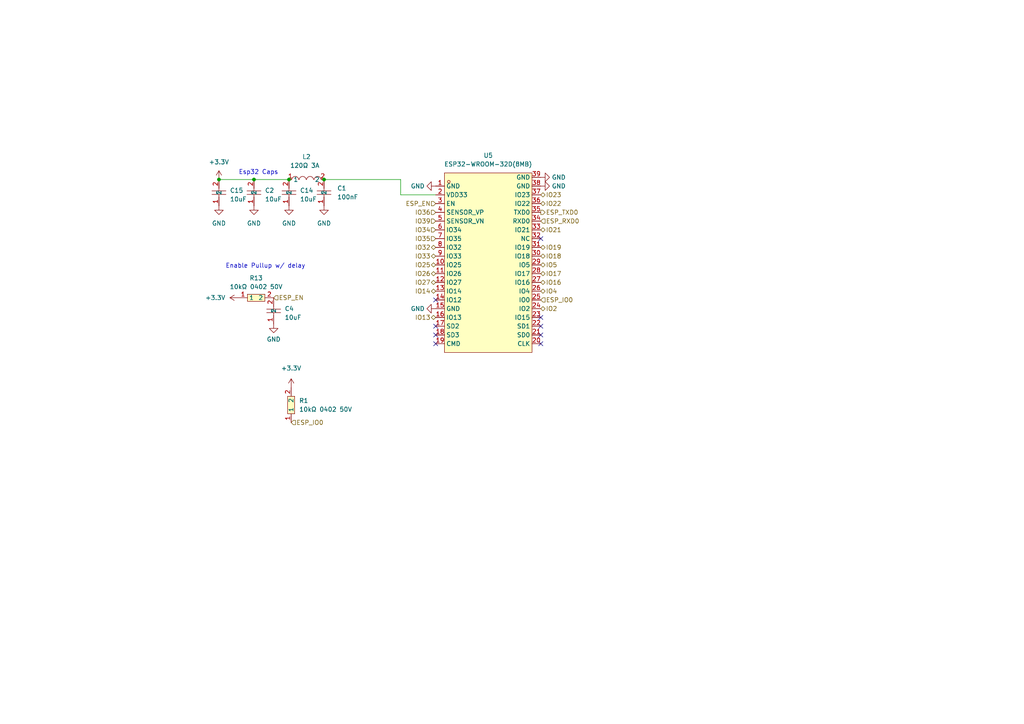
<source format=kicad_sch>
(kicad_sch (version 20230121) (generator eeschema)
  (paper "A4")
  (lib_symbols
    (symbol "easyeda2kicad: 6.3V 10uF X5R ±20% 0402"
      (property "Reference" "C" (at 0 5.08 0))
      (property "Value" " 6.3V 10uF X5R ±20% 0402" (at 0 -5.08 0))
      (symbol " 6.3V 10uF X5R ±20% 0402_0_1"
        (polyline (pts (xy -1.27 0) (xy -0.51 0)))
        (polyline (pts (xy -0.51 2.03) (xy -0.51 -2.03)))
        (polyline (pts (xy 0.51 0) (xy 1.27 0)))
        (polyline (pts (xy 0.51 2.03) (xy 0.51 -2.03)))
        (pin input line (at -3.81 0 0) (length 2.54) (name "1") (number "1"))
        (pin input line (at 3.81 0 180) (length 2.54) (name "2") (number "2"))
      )
    )
    (symbol "easyeda2kicad:10kΩ 0402 50V"
      (property "Reference" "R" (at 0 5.08 0))
      (property "Value" "10kΩ 0402 50V" (at 0 -5.08 0))
      (symbol "10kΩ 0402 50V_0_1"
        (rectangle (start -2.54 1.02) (end 2.54 -1.02) (fill (type background)))
        (pin input line (at -5.08 0 0) (length 2.54) (name "1") (number "1"))
        (pin input line (at 5.08 0 180) (length 2.54) (name "2") (number "2"))
      )
    )
    (symbol "easyeda2kicad:120Ω 3A "
      (property "Reference" "L" (at 0 5.08 0))
      (property "Value" "120Ω 3A " (at 0 -5.08 0))
      (symbol "120Ω 3A _0_1"
        (arc (start -2.27 -0.02) (mid -3.28 0.897) (end -4.29 -0.02))
        (arc (start -0.11 -0.02) (mid -1.12 0.897) (end -2.13 -0.02))
        (arc (start 2.04 -0.02) (mid 1.03 0.897) (end 0.02 -0.02))
        (arc (start 4.23 -0.02) (mid 3.22 0.9048) (end 2.21 -0.02))
        (pin unspecified line (at -5.08 0 0) (length 0.762) (name "1") (number "1"))
        (pin unspecified line (at 5.08 0 180) (length 0.762) (name "2") (number "2"))
      )
    )
    (symbol "easyeda2kicad:16V 100nF X7R ±10% 0402"
      (property "Reference" "C" (at 0 5.08 0))
      (property "Value" "16V 100nF X7R ±10% 0402" (at 0 -5.08 0))
      (symbol "16V 100nF X7R ±10% 0402_0_1"
        (polyline (pts (xy -1.27 0) (xy -0.51 0)))
        (polyline (pts (xy -0.51 2.03) (xy -0.51 -2.03)))
        (polyline (pts (xy 0.51 0) (xy 1.27 0)))
        (polyline (pts (xy 0.51 2.03) (xy 0.51 -2.03)))
        (pin input line (at -3.81 0 0) (length 2.54) (name "1") (number "1"))
        (pin input line (at 3.81 0 180) (length 2.54) (name "2") (number "2"))
      )
    )
    (symbol "easyeda2kicad:ESP32-WROOM-32D(8MB)"
      (property "Reference" "U" (at 0 30.48 0))
      (property "Value" "ESP32-WROOM-32D(8MB)" (at 0 -27.94 0))
      (symbol "ESP32-WROOM-32D(8MB)_0_1"
        (rectangle (start -12.7 26.67) (end 12.7 -25.4) (fill (type background)))
        (circle (center -11.43 24.13) (radius 0.38))
        (pin unspecified line (at -15.24 22.86 0) (length 2.54) (name "GND") (number "1"))
        (pin unspecified line (at -15.24 0 0) (length 2.54) (name "IO25") (number "10"))
        (pin unspecified line (at -15.24 -2.54 0) (length 2.54) (name "IO26") (number "11"))
        (pin unspecified line (at -15.24 -5.08 0) (length 2.54) (name "IO27") (number "12"))
        (pin unspecified line (at -15.24 -7.62 0) (length 2.54) (name "IO14") (number "13"))
        (pin unspecified line (at -15.24 -10.16 0) (length 2.54) (name "IO12") (number "14"))
        (pin unspecified line (at -15.24 -12.7 0) (length 2.54) (name "GND") (number "15"))
        (pin unspecified line (at -15.24 -15.24 0) (length 2.54) (name "IO13") (number "16"))
        (pin unspecified line (at -15.24 -17.78 0) (length 2.54) (name "SD2") (number "17"))
        (pin unspecified line (at -15.24 -20.32 0) (length 2.54) (name "SD3") (number "18"))
        (pin unspecified line (at -15.24 -22.86 0) (length 2.54) (name "CMD") (number "19"))
        (pin unspecified line (at -15.24 20.32 0) (length 2.54) (name "VDD33") (number "2"))
        (pin unspecified line (at 15.24 -22.86 180) (length 2.54) (name "CLK") (number "20"))
        (pin unspecified line (at 15.24 -20.32 180) (length 2.54) (name "SD0") (number "21"))
        (pin unspecified line (at 15.24 -17.78 180) (length 2.54) (name "SD1") (number "22"))
        (pin unspecified line (at 15.24 -15.24 180) (length 2.54) (name "IO15") (number "23"))
        (pin unspecified line (at 15.24 -12.7 180) (length 2.54) (name "IO2") (number "24"))
        (pin unspecified line (at 15.24 -10.16 180) (length 2.54) (name "IO0") (number "25"))
        (pin unspecified line (at 15.24 -7.62 180) (length 2.54) (name "IO4") (number "26"))
        (pin unspecified line (at 15.24 -5.08 180) (length 2.54) (name "IO16") (number "27"))
        (pin unspecified line (at 15.24 -2.54 180) (length 2.54) (name "IO17") (number "28"))
        (pin unspecified line (at 15.24 0 180) (length 2.54) (name "IO5") (number "29"))
        (pin unspecified line (at -15.24 17.78 0) (length 2.54) (name "EN") (number "3"))
        (pin unspecified line (at 15.24 2.54 180) (length 2.54) (name "IO18") (number "30"))
        (pin unspecified line (at 15.24 5.08 180) (length 2.54) (name "IO19") (number "31"))
        (pin unspecified line (at 15.24 7.62 180) (length 2.54) (name "NC") (number "32"))
        (pin unspecified line (at 15.24 10.16 180) (length 2.54) (name "IO21") (number "33"))
        (pin unspecified line (at 15.24 12.7 180) (length 2.54) (name "RXD0") (number "34"))
        (pin unspecified line (at 15.24 15.24 180) (length 2.54) (name "TXD0") (number "35"))
        (pin unspecified line (at 15.24 17.78 180) (length 2.54) (name "IO22") (number "36"))
        (pin unspecified line (at 15.24 20.32 180) (length 2.54) (name "IO23") (number "37"))
        (pin unspecified line (at 15.24 22.86 180) (length 2.54) (name "GND") (number "38"))
        (pin unspecified line (at 15.24 25.4 180) (length 2.54) (name "GND") (number "39"))
        (pin unspecified line (at -15.24 15.24 0) (length 2.54) (name "SENSOR_VP") (number "4"))
        (pin unspecified line (at -15.24 12.7 0) (length 2.54) (name "SENSOR_VN") (number "5"))
        (pin unspecified line (at -15.24 10.16 0) (length 2.54) (name "IO34") (number "6"))
        (pin unspecified line (at -15.24 7.62 0) (length 2.54) (name "IO35") (number "7"))
        (pin unspecified line (at -15.24 5.08 0) (length 2.54) (name "IO32") (number "8"))
        (pin unspecified line (at -15.24 2.54 0) (length 2.54) (name "IO33") (number "9"))
      )
    )
    (symbol "power:+3.3V" (power) (pin_names (offset 0))
      (property "Value" "+3.3V" (at 0 3.556 0))
      (symbol "+3.3V_0_1"
        (polyline (pts (xy -0.762 1.27) (xy 0 2.54)))
        (polyline (pts (xy 0 0) (xy 0 2.54)))
        (polyline (pts (xy 0 2.54) (xy 0.762 1.27)))
      )
      (symbol "+3.3V_1_1"
        (pin power_in line (at 0 0 90) (length 0) hide (name "+3.3V") (number "1"))
      )
    )
    (symbol "power:GND" (power) (pin_names (offset 0))
      (property "Value" "GND" (at 0 -3.81 0))
      (symbol "GND_0_1"
        (polyline (pts (xy 0 0) (xy 0 -1.27) (xy 1.27 -1.27) (xy 0 -2.54) (xy -1.27 -1.27) (xy 0 -1.27)))
      )
      (symbol "GND_1_1"
        (pin power_in line (at 0 0 270) (length 0) hide (name "GND") (number "1"))
      )
    )
  )
  (junction (at 93.98 52.07))
  (junction (at 63.5 52.07))
  (junction (at 73.66 52.07))
  (junction (at 83.82 52.07))
  (no_connect (at 156.845 92.075))
  (no_connect (at 156.845 69.215))
  (no_connect (at 156.845 97.155))
  (no_connect (at 156.845 99.695))
  (no_connect (at 126.365 86.995))
  (no_connect (at 126.365 99.695))
  (no_connect (at 126.365 97.155))
  (no_connect (at 156.845 94.615))
  (no_connect (at 126.365 94.615))
  (wire (pts (xy 73.66 52.07) (xy 63.5 52.07)))
  (wire (pts (xy 116.205 52.07) (xy 116.205 56.515)))
  (wire (pts (xy 93.98 52.07) (xy 116.205 52.07)))
  (wire (pts (xy 116.205 56.515) (xy 126.365 56.515)))
  (wire (pts (xy 73.66 52.07) (xy 83.82 52.07)))
  (text "Enable Pullup w/ delay\n" (at 65.405 77.978 0) (effects (font (size 1.27 1.27)) (justify left bottom)))
  (text "Esp32 Caps" (at 69.215 50.8 0) (effects (font (size 1.27 1.27)) (justify left bottom)))
  (hierarchical_label "IO23" (shape tri_state) (at 156.845 56.515 0))
  (hierarchical_label "IO39" (shape input) (at 126.365 64.135 180))
  (hierarchical_label "IO25" (shape tri_state) (at 126.365 76.835 180))
  (hierarchical_label "IO2" (shape tri_state) (at 156.845 89.535 0))
  (hierarchical_label "IO16" (shape tri_state) (at 156.845 81.915 0))
  (hierarchical_label "IO27" (shape tri_state) (at 126.365 81.915 180))
  (hierarchical_label "ESP_EN" (shape input) (at 126.365 59.055 180))
  (hierarchical_label "IO5" (shape tri_state) (at 156.845 76.835 0))
  (hierarchical_label "IO18" (shape tri_state) (at 156.845 74.295 0))
  (hierarchical_label "IO35" (shape input) (at 126.365 69.215 180))
  (hierarchical_label "IO22" (shape tri_state) (at 156.845 59.055 0))
  (hierarchical_label "IO13" (shape tri_state) (at 126.365 92.075 180))
  (hierarchical_label "IO17" (shape tri_state) (at 156.845 79.375 0))
  (hierarchical_label "ESP_EN" (shape input) (at 79.375 86.36 0))
  (hierarchical_label "IO32" (shape tri_state) (at 126.365 71.755 180))
  (hierarchical_label "IO33" (shape tri_state) (at 126.365 74.295 180))
  (hierarchical_label "ESP_IO0" (shape input) (at 156.845 86.995 0))
  (hierarchical_label "IO19" (shape tri_state) (at 156.845 71.755 0))
  (hierarchical_label "ESP_TXD0" (shape output) (at 156.845 61.595 0))
  (hierarchical_label "ESP_IO0" (shape input) (at 84.455 122.555 0))
  (hierarchical_label "IO26" (shape tri_state) (at 126.365 79.375 180))
  (hierarchical_label "IO21" (shape tri_state) (at 156.845 66.675 0))
  (hierarchical_label "IO36" (shape input) (at 126.365 61.595 180))
  (hierarchical_label "ESP_RXD0" (shape input) (at 156.845 64.135 0))
  (hierarchical_label "IO14" (shape tri_state) (at 126.365 84.455 180))
  (hierarchical_label "IO34" (shape input) (at 126.365 66.675 180))
  (hierarchical_label "IO4" (shape tri_state) (at 156.845 84.455 0))
  (symbol (lib_id "power:GND") (at 83.82 59.69 0) (unit 1)
    (property "Reference" "#PWR062" (effects hide))
    (property "Value" "GND" (at 83.82 64.77 0))
  )
  (symbol (lib_id "easyeda2kicad: 6.3V 10uF X5R ±20% 0402") (at 73.66 55.88 90) (unit 1)
    (property "Reference" "C2" (at 76.835 55.245 90) (effects (justify right)))
    (property "Value" "10uF" (at 76.835 57.785 90) (effects (justify right)))
    (property "Footprint" "easyeda2kicad:C0402" (effects hide))
    (property "Datasheet" "https://lcsc.com/product-detail/Multilayer-Ceramic-Capacitors-MLCC-SMD-SMT_SAMSUNG_CL05A106MQ5NUNC_10uF-106-20-6-3V_C15525.html" (effects hide))
    (property "Manufacturer" "SAMSUNG(三星)" (effects hide))
    (property "LCSC Part" "C15525" (effects hide))
    (property "JLC Part" "Basic Part" (effects hide))
  )
  (symbol (lib_id "power:+3.3V") (at 69.215 86.36 90) (unit 1)
    (property "Reference" "#PWR020" (effects hide))
    (property "Value" "+3.3V" (at 65.405 86.3599 90) (effects (justify left)))
  )
  (symbol (lib_id "power:+3.3V") (at 84.455 112.395 0) (unit 1)
    (property "Reference" "#PWR024" (effects hide))
    (property "Value" "+3.3V" (at 84.455 106.807 0))
    (instances (project "Robosapien" (path "" (reference "#PWR024") (unit 1))) (project "HOBRASIO-PCB" (path "" (reference "#PWR011") (unit 1))))
  )
  (symbol (lib_id "power:GND") (at 79.375 93.98 0) (unit 1)
    (property "Reference" "#PWR022" (effects hide))
    (property "Value" "GND" (at 79.375 98.425 0))
  )
  (symbol (lib_id "power:GND") (at 156.845 53.975 90) (unit 1)
    (property "Reference" "#PWR017" (effects hide))
    (property "Value" "GND" (at 160.02 53.9749 90) (effects (justify right)))
  )
  (symbol (lib_id "easyeda2kicad:120Ω 3A ") (at 88.9 52.07 0) (unit 1)
    (property "Reference" "L2" (at 88.9 45.466 0))
    (property "Value" "120Ω 3A " (at 88.9 48.006 0))
    (property "Footprint" "easyeda2kicad:L1206" (effects hide))
    (property "Datasheet" "https://lcsc.com/product-detail/Ferrite-Beads-And-Chips_muRata_BLM31PG121SN1L_120R-25-at100MHz_C85841.html" (effects hide))
    (property "Manufacturer" "muRata(村田)" (effects hide))
    (property "LCSC Part" "C85841" (effects hide))
    (property "JLC Part" "Extended Part" (effects hide))
    (instances (project "Robosapien" (path "" (reference "L2") (unit 1)) (path "" (reference "L5") (unit 1))) (project "HOBRASIO-PCB" (path "" (reference "L2") (unit 1))))
  )
  (symbol (lib_id "easyeda2kicad:10kΩ 0402 50V") (at 84.455 117.475 90) (unit 1)
    (property "Reference" "R1" (at 86.741 116.2049 90) (effects (justify right)))
    (property "Value" "10kΩ 0402 50V" (at 86.741 118.7449 90) (effects (justify right)))
    (property "Footprint" "easyeda2kicad:R0402" (effects hide))
    (property "Datasheet" "https://lcsc.com/product-detail/Chip-Resistor-Surface-Mount-UniOhm_10KR-1002-1_C25744.html" (effects hide))
    (property "Manufacturer" "UNI-ROYAL(厚声)" (effects hide))
    (property "LCSC Part" "C25744" (effects hide))
    (property "JLC Part" "Basic Part" (effects hide))
    (instances (project "Robosapien" (path "" (reference "R1") (unit 1))) (project "HOBRASIO-PCB" (path "" (reference "R2") (unit 1))))
  )
  (symbol (lib_id "easyeda2kicad:10kΩ 0402 50V") (at 74.295 86.36 0) (unit 1)
    (property "Reference" "R13" (at 74.295 80.645 0))
    (property "Value" "10kΩ 0402 50V" (at 74.295 83.185 0))
    (property "Footprint" "easyeda2kicad:R0402" (effects hide))
    (property "Datasheet" "https://lcsc.com/product-detail/Chip-Resistor-Surface-Mount-UniOhm_10KR-1002-1_C25744.html" (effects hide))
    (property "Manufacturer" "UNI-ROYAL(厚声)" (effects hide))
    (property "LCSC Part" "C25744" (effects hide))
    (property "JLC Part" "Basic Part" (effects hide))
  )
  (symbol (lib_id "easyeda2kicad:16V 100nF X7R ±10% 0402") (at 93.98 55.88 90) (unit 1)
    (property "Reference" "C1" (at 97.79 54.6099 90) (effects (justify right)))
    (property "Value" "100nF" (at 97.79 57.1499 90) (effects (justify right)))
    (property "Footprint" "easyeda2kicad:C0402_NEW" (effects hide))
    (property "Datasheet" "https://lcsc.com/product-detail/Multilayer-Ceramic-Capacitors-MLCC-SMD-SMT_SAMSUNG_CL05B104KO5NNNC_100nF-104-10-16V_C1525.html" (effects hide))
    (property "Manufacturer" "SAMSUNG(三星)" (effects hide))
    (property "LCSC Part" "C1525" (effects hide))
    (property "JLC Part" "Basic Part" (effects hide))
  )
  (symbol (lib_id "easyeda2kicad: 6.3V 10uF X5R ±20% 0402") (at 63.5 55.88 90) (unit 1)
    (property "Reference" "C15" (at 66.675 55.245 90) (effects (justify right)))
    (property "Value" "10uF" (at 66.675 57.785 90) (effects (justify right)))
    (property "Footprint" "easyeda2kicad:C0402" (effects hide))
    (property "Datasheet" "https://lcsc.com/product-detail/Multilayer-Ceramic-Capacitors-MLCC-SMD-SMT_SAMSUNG_CL05A106MQ5NUNC_10uF-106-20-6-3V_C15525.html" (effects hide))
    (property "Manufacturer" "SAMSUNG(三星)" (effects hide))
    (property "LCSC Part" "C15525" (effects hide))
    (property "JLC Part" "Basic Part" (effects hide))
  )
  (symbol (lib_id "power:GND") (at 73.66 59.69 0) (unit 1)
    (property "Reference" "#PWR060" (effects hide))
    (property "Value" "GND" (at 73.66 64.77 0))
  )
  (symbol (lib_id "power:GND") (at 126.365 89.535 270) (unit 1)
    (property "Reference" "#PWR021" (effects hide))
    (property "Value" "GND" (at 123.19 89.5349 90) (effects (justify right)))
  )
  (symbol (lib_id "power:GND") (at 63.5 59.69 0) (unit 1)
    (property "Reference" "#PWR059" (effects hide))
    (property "Value" "GND" (at 63.5 64.77 0))
  )
  (symbol (lib_id "power:GND") (at 126.365 53.975 270) (unit 1)
    (property "Reference" "#PWR016" (effects hide))
    (property "Value" "GND" (at 123.19 53.9749 90) (effects (justify right)))
  )
  (symbol (lib_id "power:+3.3V") (at 63.5 52.07 0) (unit 1)
    (property "Reference" "#PWR014" (effects hide))
    (property "Value" "+3.3V" (at 63.5 46.99 0))
  )
  (symbol (lib_id "easyeda2kicad: 6.3V 10uF X5R ±20% 0402") (at 83.82 55.88 90) (unit 1)
    (property "Reference" "C14" (at 86.995 55.245 90) (effects (justify right)))
    (property "Value" "10uF" (at 86.995 57.785 90) (effects (justify right)))
    (property "Footprint" "easyeda2kicad:C0402" (effects hide))
    (property "Datasheet" "https://lcsc.com/product-detail/Multilayer-Ceramic-Capacitors-MLCC-SMD-SMT_SAMSUNG_CL05A106MQ5NUNC_10uF-106-20-6-3V_C15525.html" (effects hide))
    (property "Manufacturer" "SAMSUNG(三星)" (effects hide))
    (property "LCSC Part" "C15525" (effects hide))
    (property "JLC Part" "Basic Part" (effects hide))
  )
  (symbol (lib_id "power:GND") (at 93.98 59.69 0) (unit 1)
    (property "Reference" "#PWR063" (effects hide))
    (property "Value" "GND" (at 93.98 64.77 0))
  )
  (symbol (lib_id "power:GND") (at 156.845 51.435 90) (unit 1)
    (property "Reference" "#PWR015" (effects hide))
    (property "Value" "GND" (at 160.02 51.4349 90) (effects (justify right)))
  )
  (symbol (lib_id "easyeda2kicad:ESP32-WROOM-32D(8MB)") (at 141.605 76.835 0) (unit 1)
    (property "Reference" "U5" (at 141.605 45.085 0))
    (property "Value" "ESP32-WROOM-32D(8MB)" (at 141.605 47.625 0))
    (property "Footprint" "easyeda2kicad:WIFIM-SMD_39P-L25.5-W18.0-P1.27" (effects hide))
    (property "Datasheet" "https://lcsc.com/product-detail/WIFI-Modules_Espressif-Systems-ESP32-WROOM-32D-8MB_C529577.html" (effects hide))
    (property "Manufacturer" "ESPRESSIF(乐鑫)" (effects hide))
    (property "LCSC Part" "C529577" (effects hide))
    (property "JLC Part" "Extended Part" (effects hide))
  )
  (symbol (lib_id "easyeda2kicad: 6.3V 10uF X5R ±20% 0402") (at 79.375 90.17 90) (unit 1)
    (property "Reference" "C4" (at 82.55 89.535 90) (effects (justify right)))
    (property "Value" "10uF" (at 82.55 92.075 90) (effects (justify right)))
    (property "Footprint" "easyeda2kicad:C0402" (effects hide))
    (property "Datasheet" "https://lcsc.com/product-detail/Multilayer-Ceramic-Capacitors-MLCC-SMD-SMT_SAMSUNG_CL05A106MQ5NUNC_10uF-106-20-6-3V_C15525.html" (effects hide))
    (property "Manufacturer" "SAMSUNG(三星)" (effects hide))
    (property "LCSC Part" "C15525" (effects hide))
    (property "JLC Part" "Basic Part" (effects hide))
  )
)
</source>
